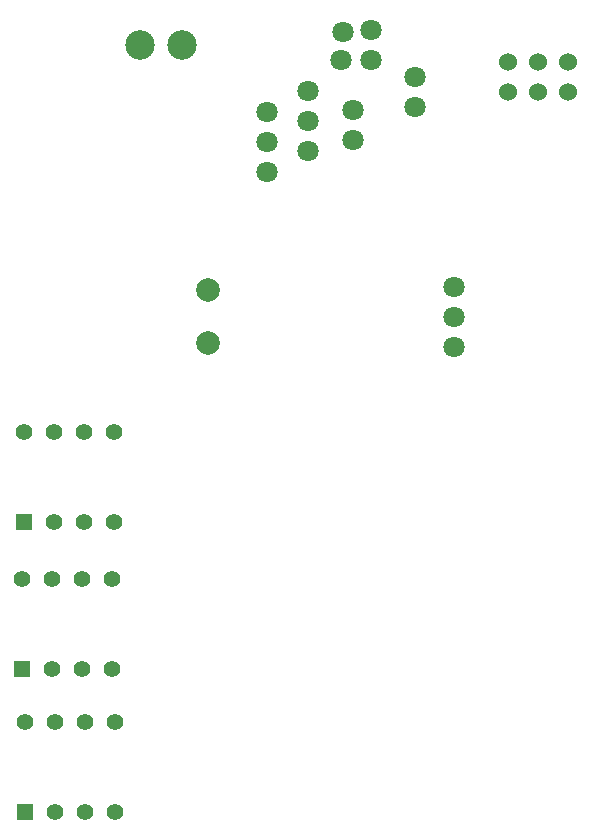
<source format=gbs>
G04 #@! TF.GenerationSoftware,KiCad,Pcbnew,5.1.5-52549c5~86~ubuntu18.04.1*
G04 #@! TF.CreationDate,2020-12-07T22:39:35-08:00*
G04 #@! TF.ProjectId,multiple_PCBs,6d756c74-6970-46c6-955f-504342732e6b,rev?*
G04 #@! TF.SameCoordinates,Original*
G04 #@! TF.FileFunction,Soldermask,Bot*
G04 #@! TF.FilePolarity,Negative*
%FSLAX46Y46*%
G04 Gerber Fmt 4.6, Leading zero omitted, Abs format (unit mm)*
G04 Created by KiCad (PCBNEW 5.1.5-52549c5~86~ubuntu18.04.1) date 2020-12-07 22:39:35*
%MOMM*%
%LPD*%
G04 APERTURE LIST*
%ADD10R,1.397000X1.397000*%
%ADD11C,1.397000*%
%ADD12C,1.800000*%
%ADD13C,2.500000*%
%ADD14C,1.998980*%
%ADD15C,1.524000*%
G04 APERTURE END LIST*
D10*
X140090000Y-103710000D03*
D11*
X142630000Y-103710000D03*
X145170000Y-103710000D03*
X147710000Y-103710000D03*
X147710000Y-96090000D03*
X145170000Y-96090000D03*
X142630000Y-96090000D03*
X140090000Y-96090000D03*
D10*
X140208000Y-128270000D03*
D11*
X142748000Y-128270000D03*
X145288000Y-128270000D03*
X147828000Y-128270000D03*
X147828000Y-120650000D03*
X145288000Y-120650000D03*
X142748000Y-120650000D03*
X140208000Y-120650000D03*
D10*
X139990000Y-116210000D03*
D11*
X142530000Y-116210000D03*
X145070000Y-116210000D03*
X147610000Y-116210000D03*
X147610000Y-108590000D03*
X145070000Y-108590000D03*
X142530000Y-108590000D03*
X139990000Y-108590000D03*
D12*
X167113000Y-62229000D03*
X166970000Y-64626000D03*
X169510000Y-64626000D03*
X169510000Y-62086000D03*
X167990000Y-68846160D03*
X167990000Y-71386160D03*
X173228000Y-68569840D03*
X173228000Y-66029840D03*
X160740000Y-69066000D03*
X160740000Y-71606000D03*
X160740000Y-74146000D03*
D13*
X149989940Y-63356000D03*
X153490060Y-63356000D03*
D12*
X164190000Y-67216000D03*
X164190000Y-69756000D03*
X164190000Y-72296000D03*
D14*
X155702000Y-84089240D03*
X155702000Y-88590120D03*
D15*
X186230000Y-64786000D03*
X183690000Y-64786000D03*
X181150000Y-64786000D03*
X181150000Y-67326000D03*
X183690000Y-67326000D03*
X186230000Y-67326000D03*
D12*
X176530000Y-88900000D03*
X176530000Y-86360000D03*
X176530000Y-83820000D03*
M02*

</source>
